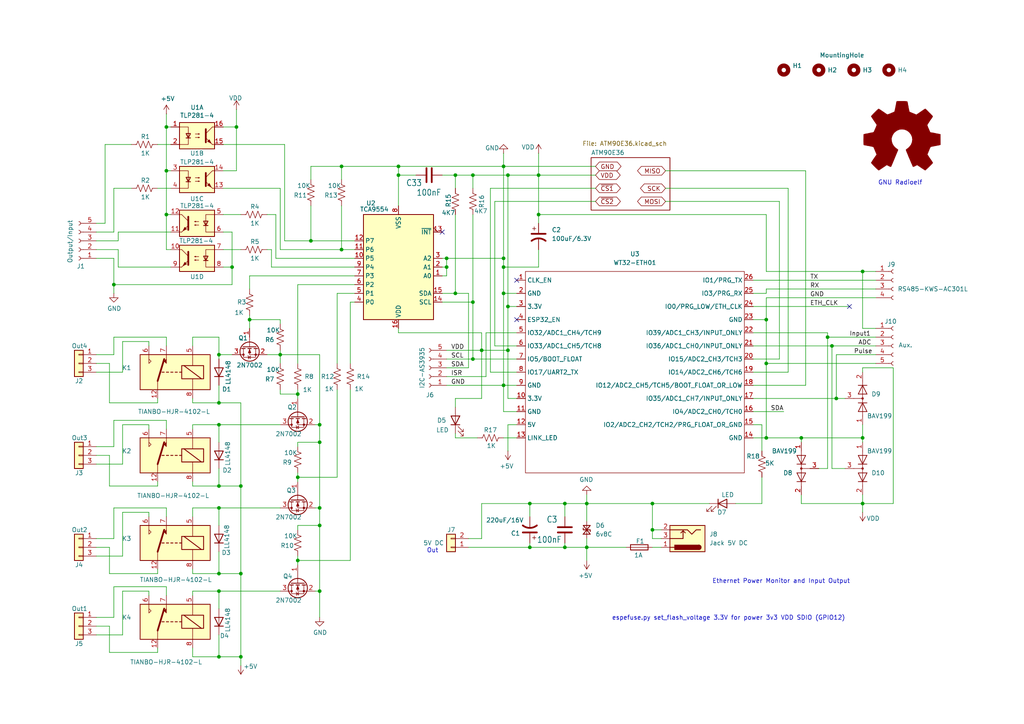
<source format=kicad_sch>
(kicad_sch (version 20231120) (generator "eeschema") (generator_version "8.0")
  (paper "A4")
  (title_block (date "2024-03-31"))
  (junction (at 48.26 62.23))
  (junction (at 33.02 82.55))
  (junction (at 99.06 48.26))
  (junction (at 147.32 50.8))
  (junction (at 137.16 87.63))
  (junction (at 250.19 146.05))
  (junction (at 92.71 147.32))
  (junction (at 48.26 36.83))
  (junction (at 69.85 166.37))
  (junction (at 170.18 158.75))
  (junction (at 146.05 48.26))
  (junction (at 68.58 36.83))
  (junction (at 92.71 171.45))
  (junction (at 129.54 74.93))
  (junction (at 146.05 111.76))
  (junction (at 86.36 138.43))
  (junction (at 222.25 105.41))
  (junction (at 242.57 115.57))
  (junction (at 170.18 146.05))
  (junction (at 250.19 78.74))
  (junction (at 153.67 146.05))
  (junction (at 189.23 153.67))
  (junction (at 115.57 50.8))
  (junction (at 81.28 102.87))
  (junction (at 99.06 72.39))
  (junction (at 63.5 102.87))
  (junction (at 240.03 97.79))
  (junction (at 139.7 101.6))
  (junction (at 147.32 101.6))
  (junction (at 86.36 162.56))
  (junction (at 137.16 104.14))
  (junction (at 241.3 100.33))
  (junction (at 129.54 77.47))
  (junction (at 92.71 123.19))
  (junction (at 63.5 190.5))
  (junction (at 67.31 77.47))
  (junction (at 69.85 190.5))
  (junction (at 156.21 50.8))
  (junction (at 63.5 147.32))
  (junction (at 146.05 77.47))
  (junction (at 153.67 158.75))
  (junction (at 63.5 166.37))
  (junction (at 250.19 127))
  (junction (at 222.25 92.71))
  (junction (at 137.16 50.8))
  (junction (at 163.83 146.05))
  (junction (at 92.71 152.4))
  (junction (at 90.17 69.85))
  (junction (at 63.5 140.97))
  (junction (at 163.83 158.75))
  (junction (at 146.05 85.09))
  (junction (at 232.41 127))
  (junction (at 146.05 74.93))
  (junction (at 132.08 85.09))
  (junction (at 86.36 114.3))
  (junction (at 63.5 116.84))
  (junction (at 132.08 50.8))
  (junction (at 156.21 62.23))
  (junction (at 63.5 123.19))
  (junction (at 69.85 140.97))
  (junction (at 147.32 88.9))
  (junction (at 48.26 49.53))
  (junction (at 189.23 146.05))
  (junction (at 72.39 92.71))
  (junction (at 222.25 127))
  (junction (at 63.5 171.45))
  (junction (at 92.71 128.27))
  (junction (at 115.57 48.26))
  (no_connect (at 149.86 81.28))
  (no_connect (at 149.86 92.71))
  (no_connect (at 246.38 88.9))
  (no_connect (at 128.27 67.31))
  (wire (pts (xy 222.25 85.09) (xy 218.44 85.09)))
  (wire (pts (xy 55.88 139.7) (xy 55.88 140.97)))
  (wire (pts (xy 156.21 44.45) (xy 156.21 50.8)))
  (wire (pts (xy 45.72 41.91) (xy 49.53 41.91)))
  (wire (pts (xy 222.25 86.36) (xy 222.25 92.71)))
  (wire (pts (xy 139.7 156.21) (xy 135.89 156.21)))
  (wire (pts (xy 55.88 97.79) (xy 55.88 100.33)))
  (wire (pts (xy 218.44 107.95) (xy 228.6 107.95)))
  (wire (pts (xy 132.08 62.23) (xy 132.08 85.09)))
  (wire (pts (xy 240.03 97.79) (xy 240.03 96.52)))
  (wire (pts (xy 254 86.36) (xy 222.25 86.36)))
  (wire (pts (xy 147.32 115.57) (xy 147.32 101.6)))
  (wire (pts (xy 97.79 85.09) (xy 97.79 105.41)))
  (wire (pts (xy 172.72 48.26) (xy 146.05 48.26)))
  (wire (pts (xy 78.74 77.47) (xy 102.87 77.47)))
  (wire (pts (xy 45.72 139.7) (xy 45.72 140.97)))
  (wire (pts (xy 63.5 116.84) (xy 63.5 111.76)))
  (wire (pts (xy 102.87 72.39) (xy 99.06 72.39)))
  (wire (pts (xy 33.02 67.31) (xy 33.02 54.61)))
  (wire (pts (xy 27.94 134.62) (xy 35.56 134.62)))
  (wire (pts (xy 250.19 127) (xy 250.19 128.27)))
  (wire (pts (xy 250.19 146.05) (xy 250.19 148.59)))
  (wire (pts (xy 170.18 158.75) (xy 170.18 156.21)))
  (wire (pts (xy 240.03 97.79) (xy 254 97.79)))
  (wire (pts (xy 72.39 91.44) (xy 72.39 92.71)))
  (wire (pts (xy 27.94 179.07) (xy 33.02 179.07)))
  (wire (pts (xy 48.26 33.02) (xy 48.26 36.83)))
  (wire (pts (xy 147.32 101.6) (xy 147.32 88.9)))
  (wire (pts (xy 63.5 116.84) (xy 69.85 116.84)))
  (wire (pts (xy 86.36 114.3) (xy 86.36 115.57)))
  (wire (pts (xy 242.57 102.87) (xy 242.57 115.57)))
  (wire (pts (xy 35.56 134.62) (xy 35.56 123.19)))
  (wire (pts (xy 63.5 140.97) (xy 69.85 140.97)))
  (wire (pts (xy 48.26 97.79) (xy 33.02 97.79)))
  (wire (pts (xy 115.57 50.8) (xy 115.57 59.69)))
  (wire (pts (xy 33.02 170.18) (xy 48.26 170.18)))
  (wire (pts (xy 102.87 69.85) (xy 90.17 69.85)))
  (wire (pts (xy 135.89 158.75) (xy 153.67 158.75)))
  (wire (pts (xy 218.44 123.19) (xy 220.98 123.19)))
  (wire (pts (xy 64.77 72.39) (xy 69.85 72.39)))
  (wire (pts (xy 140.97 109.22) (xy 140.97 96.52)))
  (wire (pts (xy 146.05 48.26) (xy 115.57 48.26)))
  (wire (pts (xy 101.6 113.03) (xy 101.6 162.56)))
  (wire (pts (xy 72.39 92.71) (xy 72.39 95.25)))
  (wire (pts (xy 132.08 127) (xy 132.08 125.73)))
  (wire (pts (xy 233.68 49.53) (xy 193.04 49.53)))
  (wire (pts (xy 92.71 102.87) (xy 92.71 123.19)))
  (wire (pts (xy 92.71 123.19) (xy 91.44 123.19)))
  (wire (pts (xy 137.16 62.23) (xy 137.16 87.63)))
  (wire (pts (xy 222.25 83.82) (xy 222.25 85.09)))
  (wire (pts (xy 99.06 59.69) (xy 99.06 72.39)))
  (wire (pts (xy 48.26 124.46) (xy 48.26 121.92)))
  (wire (pts (xy 55.88 116.84) (xy 63.5 116.84)))
  (wire (pts (xy 64.77 41.91) (xy 82.55 41.91)))
  (wire (pts (xy 43.18 148.59) (xy 35.56 148.59)))
  (wire (pts (xy 43.18 99.06) (xy 35.56 99.06)))
  (wire (pts (xy 63.5 102.87) (xy 63.5 97.79)))
  (wire (pts (xy 31.75 140.97) (xy 45.72 140.97)))
  (wire (pts (xy 218.44 88.9) (xy 246.38 88.9)))
  (wire (pts (xy 55.88 190.5) (xy 63.5 190.5)))
  (wire (pts (xy 146.05 74.93) (xy 146.05 77.47)))
  (wire (pts (xy 97.79 113.03) (xy 97.79 138.43)))
  (wire (pts (xy 218.44 81.28) (xy 254 81.28)))
  (wire (pts (xy 146.05 85.09) (xy 149.86 85.09)))
  (wire (pts (xy 55.88 187.96) (xy 55.88 190.5)))
  (wire (pts (xy 241.3 100.33) (xy 254 100.33)))
  (wire (pts (xy 77.47 72.39) (xy 78.74 72.39)))
  (wire (pts (xy 55.88 123.19) (xy 63.5 123.19)))
  (wire (pts (xy 146.05 48.26) (xy 146.05 74.93)))
  (wire (pts (xy 115.57 96.52) (xy 139.7 96.52)))
  (wire (pts (xy 170.18 146.05) (xy 170.18 151.13)))
  (wire (pts (xy 63.5 190.5) (xy 63.5 184.15)))
  (wire (pts (xy 218.44 119.38) (xy 227.33 119.38)))
  (wire (pts (xy 146.05 77.47) (xy 146.05 85.09)))
  (wire (pts (xy 72.39 80.01) (xy 102.87 80.01)))
  (wire (pts (xy 132.08 118.11) (xy 132.08 115.57)))
  (wire (pts (xy 48.26 100.33) (xy 48.26 97.79)))
  (wire (pts (xy 101.6 162.56) (xy 86.36 162.56)))
  (wire (pts (xy 218.44 111.76) (xy 233.68 111.76)))
  (wire (pts (xy 146.05 111.76) (xy 146.05 119.38)))
  (wire (pts (xy 48.26 36.83) (xy 48.26 49.53)))
  (wire (pts (xy 35.56 99.06) (xy 35.56 107.95)))
  (wire (pts (xy 129.54 74.93) (xy 146.05 74.93)))
  (wire (pts (xy 48.26 49.53) (xy 49.53 49.53)))
  (wire (pts (xy 45.72 54.61) (xy 49.53 54.61)))
  (wire (pts (xy 115.57 50.8) (xy 120.65 50.8)))
  (wire (pts (xy 48.26 170.18) (xy 48.26 172.72)))
  (wire (pts (xy 153.67 146.05) (xy 153.67 149.86)))
  (wire (pts (xy 222.25 92.71) (xy 218.44 92.71)))
  (wire (pts (xy 86.36 161.29) (xy 86.36 162.56)))
  (wire (pts (xy 27.94 69.85) (xy 34.29 69.85)))
  (wire (pts (xy 86.36 162.56) (xy 86.36 163.83)))
  (wire (pts (xy 220.98 123.19) (xy 220.98 130.81)))
  (wire (pts (xy 31.75 116.84) (xy 31.75 105.41)))
  (wire (pts (xy 128.27 80.01) (xy 129.54 80.01)))
  (wire (pts (xy 146.05 44.45) (xy 146.05 48.26)))
  (wire (pts (xy 63.5 104.14) (xy 63.5 102.87)))
  (wire (pts (xy 48.26 62.23) (xy 48.26 72.39)))
  (wire (pts (xy 68.58 49.53) (xy 68.58 36.83)))
  (wire (pts (xy 189.23 146.05) (xy 205.74 146.05)))
  (wire (pts (xy 80.01 74.93) (xy 102.87 74.93)))
  (wire (pts (xy 55.88 140.97) (xy 63.5 140.97)))
  (wire (pts (xy 80.01 62.23) (xy 77.47 62.23)))
  (wire (pts (xy 86.36 129.54) (xy 86.36 128.27)))
  (wire (pts (xy 242.57 102.87) (xy 254 102.87)))
  (wire (pts (xy 129.54 106.68) (xy 135.89 106.68)))
  (wire (pts (xy 27.94 158.75) (xy 31.75 158.75)))
  (wire (pts (xy 55.88 171.45) (xy 55.88 172.72)))
  (wire (pts (xy 128.27 74.93) (xy 129.54 74.93)))
  (wire (pts (xy 63.5 166.37) (xy 69.85 166.37)))
  (wire (pts (xy 48.26 121.92) (xy 33.02 121.92)))
  (wire (pts (xy 27.94 64.77) (xy 30.48 64.77)))
  (wire (pts (xy 33.02 129.54) (xy 27.94 129.54)))
  (wire (pts (xy 153.67 146.05) (xy 139.7 146.05)))
  (wire (pts (xy 92.71 147.32) (xy 92.71 152.4)))
  (wire (pts (xy 43.18 100.33) (xy 43.18 99.06)))
  (wire (pts (xy 250.19 143.51) (xy 250.19 146.05)))
  (wire (pts (xy 69.85 140.97) (xy 69.85 166.37)))
  (wire (pts (xy 137.16 50.8) (xy 137.16 54.61)))
  (wire (pts (xy 153.67 158.75) (xy 153.67 157.48)))
  (wire (pts (xy 222.25 105.41) (xy 254 105.41)))
  (wire (pts (xy 254 83.82) (xy 222.25 83.82)))
  (wire (pts (xy 129.54 111.76) (xy 146.05 111.76)))
  (wire (pts (xy 170.18 158.75) (xy 170.18 162.56)))
  (wire (pts (xy 218.44 115.57) (xy 242.57 115.57)))
  (wire (pts (xy 139.7 101.6) (xy 147.32 101.6)))
  (wire (pts (xy 146.05 111.76) (xy 149.86 111.76)))
  (wire (pts (xy 115.57 95.25) (xy 115.57 96.52)))
  (wire (pts (xy 34.29 77.47) (xy 34.29 72.39)))
  (wire (pts (xy 48.26 36.83) (xy 49.53 36.83)))
  (wire (pts (xy 82.55 41.91) (xy 82.55 69.85)))
  (wire (pts (xy 237.49 135.89) (xy 240.03 135.89)))
  (wire (pts (xy 143.51 100.33) (xy 143.51 58.42)))
  (wire (pts (xy 27.94 72.39) (xy 34.29 72.39)))
  (wire (pts (xy 226.06 58.42) (xy 193.04 58.42)))
  (wire (pts (xy 67.31 67.31) (xy 67.31 77.47)))
  (wire (pts (xy 250.19 107.95) (xy 250.19 106.68)))
  (wire (pts (xy 90.17 48.26) (xy 90.17 52.07)))
  (wire (pts (xy 149.86 107.95) (xy 142.24 107.95)))
  (wire (pts (xy 222.25 105.41) (xy 222.25 127)))
  (wire (pts (xy 31.75 181.61) (xy 27.94 181.61)))
  (wire (pts (xy 35.56 184.15) (xy 27.94 184.15)))
  (wire (pts (xy 81.28 54.61) (xy 81.28 72.39)))
  (wire (pts (xy 31.75 166.37) (xy 31.75 158.75)))
  (wire (pts (xy 163.83 157.48) (xy 163.83 158.75)))
  (wire (pts (xy 35.56 171.45) (xy 35.56 184.15)))
  (wire (pts (xy 250.19 146.05) (xy 232.41 146.05)))
  (wire (pts (xy 189.23 153.67) (xy 189.23 146.05)))
  (wire (pts (xy 86.36 113.03) (xy 86.36 114.3)))
  (wire (pts (xy 86.36 153.67) (xy 86.36 152.4)))
  (wire (pts (xy 143.51 58.42) (xy 172.72 58.42)))
  (wire (pts (xy 102.87 82.55) (xy 86.36 82.55)))
  (wire (pts (xy 189.23 146.05) (xy 170.18 146.05)))
  (wire (pts (xy 86.36 137.16) (xy 86.36 138.43)))
  (wire (pts (xy 149.86 115.57) (xy 147.32 115.57)))
  (wire (pts (xy 33.02 74.93) (xy 33.02 82.55)))
  (wire (pts (xy 48.26 147.32) (xy 33.02 147.32)))
  (wire (pts (xy 128.27 87.63) (xy 137.16 87.63)))
  (wire (pts (xy 191.77 156.21) (xy 189.23 156.21)))
  (wire (pts (xy 99.06 48.26) (xy 99.06 52.07)))
  (wire (pts (xy 49.53 77.47) (xy 34.29 77.47)))
  (wire (pts (xy 38.1 41.91) (xy 30.48 41.91)))
  (wire (pts (xy 254 95.25) (xy 250.19 95.25)))
  (wire (pts (xy 242.57 115.57) (xy 245.11 115.57)))
  (wire (pts (xy 156.21 50.8) (xy 156.21 62.23)))
  (wire (pts (xy 31.75 189.23) (xy 31.75 181.61)))
  (wire (pts (xy 222.25 78.74) (xy 250.19 78.74)))
  (wire (pts (xy 163.83 146.05) (xy 163.83 149.86)))
  (wire (pts (xy 35.56 161.29) (xy 27.94 161.29)))
  (wire (pts (xy 92.71 147.32) (xy 91.44 147.32)))
  (wire (pts (xy 91.44 171.45) (xy 92.71 171.45)))
  (wire (pts (xy 101.6 87.63) (xy 102.87 87.63)))
  (wire (pts (xy 45.72 115.57) (xy 45.72 116.84)))
  (wire (pts (xy 132.08 50.8) (xy 132.08 54.61)))
  (wire (pts (xy 45.72 166.37) (xy 31.75 166.37)))
  (wire (pts (xy 33.02 102.87) (xy 27.94 102.87)))
  (wire (pts (xy 170.18 158.75) (xy 181.61 158.75)))
  (wire (pts (xy 128.27 50.8) (xy 132.08 50.8)))
  (wire (pts (xy 69.85 190.5) (xy 63.5 190.5)))
  (wire (pts (xy 63.5 140.97) (xy 63.5 135.89)))
  (wire (pts (xy 69.85 166.37) (xy 69.85 190.5)))
  (wire (pts (xy 63.5 166.37) (xy 63.5 160.02)))
  (wire (pts (xy 228.6 107.95) (xy 228.6 54.61)))
  (wire (pts (xy 97.79 138.43) (xy 86.36 138.43)))
  (wire (pts (xy 226.06 104.14) (xy 226.06 58.42)))
  (wire (pts (xy 146.05 119.38) (xy 149.86 119.38)))
  (wire (pts (xy 45.72 165.1) (xy 45.72 166.37)))
  (wire (pts (xy 222.25 127) (xy 232.41 127)))
  (wire (pts (xy 92.71 128.27) (xy 92.71 147.32)))
  (wire (pts (xy 63.5 147.32) (xy 63.5 152.4)))
  (wire (pts (xy 68.58 31.75) (xy 68.58 36.83)))
  (wire (pts (xy 45.72 189.23) (xy 31.75 189.23)))
  (wire (pts (xy 86.36 128.27) (xy 92.71 128.27)))
  (wire (pts (xy 129.54 109.22) (xy 140.97 109.22)))
  (wire (pts (xy 64.77 62.23) (xy 69.85 62.23)))
  (wire (pts (xy 63.5 171.45) (xy 81.28 171.45)))
  (wire (pts (xy 129.54 104.14) (xy 137.16 104.14)))
  (wire (pts (xy 170.18 158.75) (xy 163.83 158.75)))
  (wire (pts (xy 81.28 92.71) (xy 72.39 92.71)))
  (wire (pts (xy 48.26 149.86) (xy 48.26 147.32)))
  (wire (pts (xy 30.48 41.91) (xy 30.48 64.77)))
  (wire (pts (xy 63.5 128.27) (xy 63.5 123.19)))
  (wire (pts (xy 49.53 67.31) (xy 34.29 67.31)))
  (wire (pts (xy 69.85 116.84) (xy 69.85 140.97)))
  (wire (pts (xy 232.41 127) (xy 232.41 128.27)))
  (wire (pts (xy 33.02 156.21) (xy 27.94 156.21)))
  (wire (pts (xy 86.36 152.4) (xy 92.71 152.4)))
  (wire (pts (xy 147.32 123.19) (xy 147.32 130.81)))
  (wire (pts (xy 149.86 100.33) (xy 143.51 100.33)))
  (wire (pts (xy 129.54 74.93) (xy 129.54 77.47)))
  (wire (pts (xy 64.77 49.53) (xy 68.58 49.53)))
  (wire (pts (xy 33.02 67.31) (xy 27.94 67.31)))
  (wire (pts (xy 193.04 54.61) (xy 228.6 54.61)))
  (wire (pts (xy 233.68 111.76) (xy 233.68 49.53)))
  (wire (pts (xy 250.19 123.19) (xy 250.19 127)))
  (wire (pts (xy 90.17 59.69) (xy 90.17 69.85)))
  (wire (pts (xy 33.02 82.55) (xy 33.02 85.09)))
  (wire (pts (xy 55.88 123.19) (xy 55.88 124.46)))
  (wire (pts (xy 139.7 115.57) (xy 139.7 101.6)))
  (wire (pts (xy 27.94 74.93) (xy 33.02 74.93)))
  (wire (pts (xy 69.85 190.5) (xy 69.85 193.04)))
  (wire (pts (xy 81.28 114.3) (xy 86.36 114.3)))
  (wire (pts (xy 189.23 158.75) (xy 191.77 158.75)))
  (wire (pts (xy 156.21 50.8) (xy 147.32 50.8)))
  (wire (pts (xy 43.18 172.72) (xy 43.18 171.45)))
  (wire (pts (xy 149.86 123.19) (xy 147.32 123.19)))
  (wire (pts (xy 63.5 102.87) (xy 67.31 102.87)))
  (wire (pts (xy 27.94 132.08) (xy 31.75 132.08)))
  (wire (pts (xy 259.08 146.05) (xy 250.19 146.05)))
  (wire (pts (xy 33.02 121.92) (xy 33.02 129.54)))
  (wire (pts (xy 64.77 77.47) (xy 67.31 77.47)))
  (wire (pts (xy 138.43 127) (xy 132.08 127)))
  (wire (pts (xy 35.56 148.59) (xy 35.56 161.29)))
  (wire (pts (xy 139.7 146.05) (xy 139.7 156.21)))
  (wire (pts (xy 63.5 123.19) (xy 81.28 123.19)))
  (wire (pts (xy 140.97 96.52) (xy 149.86 96.52)))
  (wire (pts (xy 55.88 171.45) (xy 63.5 171.45)))
  (wire (pts (xy 33.02 97.79) (xy 33.02 102.87)))
  (wire (pts (xy 86.36 138.43) (xy 86.36 139.7)))
  (wire (pts (xy 137.16 50.8) (xy 132.08 50.8)))
  (wire (pts (xy 129.54 101.6) (xy 139.7 101.6)))
  (wire (pts (xy 81.28 101.6) (xy 81.28 102.87)))
  (wire (pts (xy 142.24 54.61) (xy 172.72 54.61)))
  (wire (pts (xy 63.5 97.79) (xy 55.88 97.79)))
  (wire (pts (xy 102.87 85.09) (xy 97.79 85.09)))
  (wire (pts (xy 137.16 104.14) (xy 149.86 104.14)))
  (wire (pts (xy 64.77 67.31) (xy 67.31 67.31)))
  (wire (pts (xy 132.08 85.09) (xy 135.89 85.09)))
  (wire (pts (xy 232.41 146.05) (xy 232.41 143.51)))
  (wire (pts (xy 163.83 146.05) (xy 153.67 146.05)))
  (wire (pts (xy 81.28 72.39) (xy 99.06 72.39)))
  (wire (pts (xy 218.44 100.33) (xy 241.3 100.33)))
  (wire (pts (xy 31.75 105.41) (xy 27.94 105.41)))
  (wire (pts (xy 218.44 104.14) (xy 226.06 104.14)))
  (wire (pts (xy 156.21 77.47) (xy 146.05 77.47)))
  (wire (pts (xy 99.06 48.26) (xy 115.57 48.26)))
  (wire (pts (xy 220.98 138.43) (xy 220.98 146.05)))
  (wire (pts (xy 156.21 62.23) (xy 156.21 64.77)))
  (wire (pts (xy 147.32 50.8) (xy 147.32 88.9)))
  (wire (pts (xy 55.88 147.32) (xy 55.88 149.86)))
  (wire (pts (xy 86.36 82.55) (xy 86.36 105.41)))
  (wire (pts (xy 81.28 93.98) (xy 81.28 92.71)))
  (wire (pts (xy 67.31 77.47) (xy 67.31 82.55)))
  (wire (pts (xy 172.72 50.8) (xy 156.21 50.8)))
  (wire (pts (xy 92.71 171.45) (xy 92.71 179.07)))
  (wire (pts (xy 254 78.74) (xy 250.19 78.74)))
  (wire (pts (xy 232.41 127) (xy 250.19 127)))
  (wire (pts (xy 33.02 147.32) (xy 33.02 156.21)))
  (wire (pts (xy 222.25 62.23) (xy 156.21 62.23)))
  (wire (pts (xy 33.02 179.07) (xy 33.02 170.18)))
  (wire (pts (xy 191.77 153.67) (xy 189.23 153.67)))
  (wire (pts (xy 81.28 102.87) (xy 81.28 105.41)))
  (wire (pts (xy 55.88 165.1) (xy 55.88 166.37)))
  (wire (pts (xy 129.54 80.01) (xy 129.54 77.47)))
  (wire (pts (xy 132.08 115.57) (xy 139.7 115.57)))
  (wire (pts (xy 55.88 166.37) (xy 63.5 166.37)))
  (wire (pts (xy 146.05 127) (xy 149.86 127)))
  (wire (pts (xy 137.16 87.63) (xy 137.16 104.14)))
  (wire (pts (xy 101.6 105.41) (xy 101.6 87.63)))
  (wire (pts (xy 147.32 50.8) (xy 137.16 50.8)))
  (wire (pts (xy 81.28 113.03) (xy 81.28 114.3)))
  (wire (pts (xy 163.83 158.75) (xy 153.67 158.75)))
  (wire (pts (xy 128.27 85.09) (xy 132.08 85.09)))
  (wire (pts (xy 43.18 149.86) (xy 43.18 148.59)))
  (wire (pts (xy 245.11 135.89) (xy 241.3 135.89)))
  (wire (pts (xy 82.55 69.85) (xy 90.17 69.85)))
  (wire (pts (xy 48.26 49.53) (xy 48.26 62.23)))
  (wire (pts (xy 250.19 106.68) (xy 259.08 106.68)))
  (wire (pts (xy 80.01 74.93) (xy 80.01 62.23)))
  (wire (pts (xy 45.72 187.96) (xy 45.72 189.23)))
  (wire (pts (xy 170.18 146.05) (xy 163.83 146.05)))
  (wire (pts (xy 64.77 54.61) (xy 81.28 54.61)))
  (wire (pts (xy 63.5 147.32) (xy 55.88 147.32)))
  (wire (pts (xy 90.17 48.26) (xy 99.06 48.26)))
  (wire (pts (xy 146.05 85.09) (xy 146.05 111.76)))
  (wire (pts (xy 250.19 95.25) (xy 250.19 78.74)))
  (wire (pts (xy 43.18 171.45) (xy 35.56 171.45)))
  (wire (pts (xy 220.98 146.05) (xy 213.36 146.05)))
  (wire (pts (xy 92.71 152.4) (xy 92.71 171.45)))
  (wire (pts (xy 139.7 96.52) (xy 139.7 101.6)))
  (wire (pts (xy 35.56 123.19) (xy 43.18 123.19)))
  (wire (pts (xy 170.18 143.51) (xy 170.18 146.05)))
  (wire (pts (xy 129.54 77.47) (xy 128.27 77.47)))
  (wire (pts (xy 222.25 105.41) (xy 222.25 92.71)))
  (wire (pts (xy 33.02 54.61) (xy 38.1 54.61)))
  (wire (pts (xy 259.08 106.68) (xy 259.08 146.05)))
  (wire (pts (xy 147.32 88.9) (xy 149.86 88.9)))
  (wire (pts (xy 45.72 116.84) (xy 31.75 116.84)))
  (wire (pts (xy 115.57 48.26) (xy 115.57 50.8)))
  (wire (pts (xy 48.26 62.23) (xy 49.53 62.23)))
  (wire (pts (xy 222.25 78.74) (xy 222.25 62.23)))
  (wire (pts (xy 55.88 115.57) (xy 55.88 116.84)))
  (wire (pts (xy 35.56 107.95) (xy 27.94 107.95)))
  (wire (pts (xy 81.28 147.32) (xy 63.5 147.32)))
  (wire (pts (xy 189.23 156.21) (xy 189.23 153.67)))
  (wire (pts (xy 31.75 132.08) (xy 31.75 140.97)))
  (wire (pts (xy 48.26 72.39) (xy 49.53 72.39)))
  (wire (pts (xy 81.28 102.87) (xy 92.71 102.87)))
  (wire (pts (xy 92.71 123.19) (xy 92.71 128.27)))
  (wire (pts (xy 67.31 82.55) (xy 33.02 82.55)))
  (wire (pts (xy 240.03 96.52) (xy 218.44 96.52)))
  (wire (pts (xy 156.21 72.39) (xy 156.21 77.47)))
  (wire (pts (xy 135.89 106.68) (xy 135.89 85.09)))
  (wire (pts (xy 72.39 83.82) (xy 72.39 80.01)))
  (wire (pts (xy 34.29 67.31) (xy 34.29 69.85)))
  (wire (pts (xy 77.47 102.87) (xy 81.28 102.87)))
  (wire (pts (xy 241.3 100.33) (xy 241.3 135.89)))
  (wire (pts (xy 43.18 123.19) (xy 43.18 124.46)))
  (wire (pts (xy 78.74 72.39) (xy 78.74 77.47)))
  (wire (pts (xy 218.44 127) (xy 222.25 127)))
  (wire (pts (xy 240.03 97.79) (xy 240.03 135.89)))
  (wire (pts (xy 68.58 36.83) (xy 64.77 36.83)))
  (wire (pts (xy 142.24 107.95) (xy 142.24 54.61)))
  (wire (pts (xy 63.5 176.53) (xy 63.5 171.45)))
  (text "GNU Radioelf" (at 261.112 53.086 0) (effects (font (size 1.27 1.27))))
  (text "espefuse.py set_flash_voltage 3.3V for power 3v3 VDD SDIO (GPIO12)" (at 211.328 179.324 0) (effects (font (size 1.27 1.27))))
  (text "Out" (at 125.476 159.766 0) (effects (font (size 1.27 1.27))))
  (text "Ethernet Power Monitor and Input Output" (at 226.568 168.656 0) (effects (font (size 1.27 1.27))))
  (label "GND" (at 130.81 111.76 0))
  (label "Pulse" (at 247.65 102.87 0))
  (label "TX" (at 234.95 81.28 0))
  (label "VDD" (at 130.81 101.6 0))
  (label "ADC" (at 248.92 100.33 0))
  (label "SCL" (at 130.81 104.14 0))
  (label "ISR" (at 130.81 109.22 0))
  (label "RX" (at 234.95 83.82 0))
  (label "SDA" (at 130.81 106.68 0))
  (label "GND" (at 234.95 86.36 0))
  (label "SDA" (at 223.52 119.38 0))
  (label "ETH_CLK" (at 234.95 88.9 0))
  (label "Input1" (at 246.38 97.79 0))
  (global_label "SCK" (shape bidirectional) (at 193.04 54.61 180) (property "Intersheetrefs" "${INTERSHEET_REFS}" (effects (hide yes))))
  (global_label "VDD" (shape bidirectional) (at 172.72 50.8 0) (property "Intersheetrefs" "${INTERSHEET_REFS}" (effects (hide yes))))
  (global_label "~{CS2}" (shape bidirectional) (at 172.72 58.42 0) (property "Intersheetrefs" "${INTERSHEET_REFS}" (effects (hide yes))))
  (global_label "MISO" (shape bidirectional) (at 193.04 49.53 180) (property "Intersheetrefs" "${INTERSHEET_REFS}" (effects (hide yes))))
  (global_label "GND" (shape bidirectional) (at 172.72 48.26 0) (property "Intersheetrefs" "${INTERSHEET_REFS}" (effects (hide yes))))
  (global_label "~{CS1}" (shape bidirectional) (at 172.72 54.61 0) (property "Intersheetrefs" "${INTERSHEET_REFS}" (effects (hide yes))))
  (global_label "MOSI" (shape bidirectional) (at 193.04 58.42 180) (property "Intersheetrefs" "${INTERSHEET_REFS}" (effects (hide yes))))
  (symbol (lib_id "Connector_Generic:Conn_01x02") (at 130.81 158.75 180) (unit 1)
    (property "Reference" "J7" (at 132.08 153.67 0) (effects (justify left)))
    (property "Value" "5V DC" (at 128.778 157.48 0) (effects (justify left)))
    (property "Footprint" "Connector_JST:JST_NV_B02P-NV_1x02_P5.00mm_Vertical" (effects (hide yes)))
    (property "Description" "Generic connector, single row, 01x02, script generated (kicad-library-utils/schlib/autogen/connector/)" (effects (hide yes)))
  )
  (symbol (lib_id "Transistor_FET:2N7002") (at 86.36 120.65 90) (mirror x) (unit 1)
    (property "Reference" "Q2" (at 86.106 118.11 90) (effects (justify left)))
    (property "Value" "2N7002" (at 87.503 125.857 90) (effects (justify left)))
    (property "Footprint" "Package_TO_SOT_SMD:2N7002-SOT95P240X111-3N" (effects (hide yes)))
    (property "Datasheet" "https://www.onsemi.com/pub/Collateral/NDS7002A-D.PDF" (effects (hide yes)))
    (property "Description" "0.115A Id, 60V Vds, N-Channel MOSFET, SOT-23" (effects (hide yes)))
  )
  (symbol (lib_id "Connector:Conn_01x05_Female") (at 22.86 69.85 180) (unit 1)
    (property "Reference" "J1" (at 24.638 77.216 0) (effects (justify left)))
    (property "Value" "Output/Input" (at 20.32 63.754 90) (effects (justify left)))
    (property "Footprint" "Connector_PinHeader_2.54mm:PinHeader_1x05_P2.54mm_Vertical" (effects (hide yes)))
  )
  (symbol (lib_id "Device:R_US") (at 137.16 58.42 180) (unit 1)
    (property "Reference" "R16" (at 139.7 58.42 90))
    (property "Value" "4K7" (at 139.446 61.214 0))
    (property "Footprint" "ATM90E36_Breakout:R0603" (effects (hide yes)))
    (property "Description" "Resistor, US symbol" (effects (hide yes)))
  )
  (symbol (lib_id "Diode:LL4148") (at 63.5 156.21 90) (unit 1)
    (property "Reference" "D3" (at 64.262 160.274 90) (effects (justify right)))
    (property "Value" "LL4148" (at 65.786 152.146 0) (effects (justify right)))
    (property "Footprint" "Diode_SMD:D_MiniMELF" (effects (hide yes)))
    (property "Datasheet" "http://www.vishay.com/docs/85557/ll4148.pdf" (effects (hide yes)))
    (property "Description" "100V 0.15A standard switching diode, MiniMELF" (effects (hide yes)))
    (property "Sim.Device" "D" (effects (hide yes)))
    (property "Sim.Pins" "1=K 2=A" (effects (hide yes)))
  )
  (symbol (lib_id "Connector_Generic:Conn_01x03") (at 22.86 181.61 0) (mirror y) (unit 1)
    (property "Reference" "J5" (at 24.13 186.69 0) (effects (justify left)))
    (property "Value" "Out1" (at 25.4 176.53 0) (effects (justify left)))
    (property "Footprint" "TerminalBlock_Phoenix:TerminalBlock_Phoenix_PT-1,5-3-3.5-H_1x03_P3.50mm_Horizontal" (effects (hide yes)))
    (property "Description" "Generic connector, single row, 01x03, script generated (kicad-library-utils/schlib/autogen/connector/)" (effects (hide yes)))
  )
  (symbol (lib_id "Transistor_FET:2N7002") (at 72.39 100.33 90) (mirror x) (unit 1)
    (property "Reference" "Q1" (at 71.882 98.044 90) (effects (justify left)))
    (property "Value" "2N7002" (at 76.2 105.918 90) (effects (justify left)))
    (property "Footprint" "Package_TO_SOT_SMD:2N7002-SOT95P240X111-3N" (effects (hide yes)))
    (property "Datasheet" "https://www.onsemi.com/pub/Collateral/NDS7002A-D.PDF" (effects (hide yes)))
    (property "Description" "0.115A Id, 60V Vds, N-Channel MOSFET, SOT-23" (effects (hide yes)))
  )
  (symbol (lib_id "power:+5V") (at 147.32 130.81 180) (unit 1)
    (property "Reference" "#PWR07" (effects (hide yes)))
    (property "Value" "+5V" (at 146.939 135.2042 0))
    (property "Description" "Power symbol creates a global label with name \"+5V\"" (effects (hide yes)))
  )
  (symbol (lib_id "Mechanical:MountingHole") (at 247.65 20.32 0) (unit 1) (exclude_from_sim yes) (in_bom no)
    (property "Reference" "H3" (at 250.19 20.3199 0) (effects (justify left)))
    (property "Value" "MountingHole" (effects (hide yes)))
    (property "Footprint" "MountingHole:MountingHole_3.2mm_M3" (effects (hide yes)))
    (property "Description" "Mounting Hole without connection" (effects (hide yes)))
  )
  (symbol (lib_id "power:+5V") (at 170.18 162.56 180) (unit 1)
    (property "Reference" "#PWR010" (effects (hide yes)))
    (property "Value" "+5V" (at 169.799 166.9542 0))
    (property "Description" "Power symbol creates a global label with name \"+5V\"" (effects (hide yes)))
  )
  (symbol (lib_id "WT32-ETH01:WT32-ETH01") (at 184.15 107.95 0) (unit 1)
    (property "Reference" "U3" (at 184.15 73.66 0))
    (property "Value" "WT32-ETH01" (at 184.15 76.2 0))
    (property "Footprint" "WT32-ETH01:WT32-ETH01" (effects (hide yes)))
    (property "Description" "An ESP32 Dev board with onboard ethernet. Produced by wireless-tag." (effects (hide yes)))
  )
  (symbol (lib_id "Transistor_FET:2N7002") (at 86.36 168.91 90) (mirror x) (unit 1)
    (property "Reference" "Q4" (at 84.836 167.132 90) (effects (justify left)))
    (property "Value" "2N7002" (at 87.503 174.117 90) (effects (justify left)))
    (property "Footprint" "Package_TO_SOT_SMD:2N7002-SOT95P240X111-3N" (effects (hide yes)))
    (property "Datasheet" "https://www.onsemi.com/pub/Collateral/NDS7002A-D.PDF" (effects (hide yes)))
    (property "Description" "0.115A Id, 60V Vds, N-Channel MOSFET, SOT-23" (effects (hide yes)))
  )
  (symbol (lib_id "Isolator:TLP291-4") (at 57.15 52.07 0) (unit 2)
    (property "Reference" "U1" (at 57.15 44.45 0))
    (property "Value" "TLP281-4" (at 57.15 46.99 0))
    (property "Footprint" "Package_SO:SOIC127P700X210-16N" (effects (hide yes)))
    (property "Datasheet" "https://toshiba.semicon-storage.com/info/docget.jsp?did=12858&prodName=TLP291-4" (effects (hide yes)))
    (property "Description" "Quad DC Optocoupler, Vce 80V, CTR 50-100%, SOP16" (effects (hide yes)))
  )
  (symbol (lib_id "Mechanical:MountingHole") (at 237.49 20.32 0) (unit 1) (exclude_from_sim yes) (in_bom no)
    (property "Reference" "H2" (at 240.03 20.3199 0) (effects (justify left)))
    (property "Value" "MountingHole" (effects (hide yes)))
    (property "Footprint" "MountingHole:MountingHole_3.2mm_M3" (effects (hide yes)))
    (property "Description" "Mounting Hole without connection" (effects (hide yes)))
  )
  (symbol (lib_id "Device:R_US") (at 41.91 41.91 270) (unit 1)
    (property "Reference" "R1" (at 42.164 39.624 90))
    (property "Value" "1K" (at 42.164 44.45 90))
    (property "Footprint" "ATM90E36_Breakout:R0603" (effects (hide yes)))
    (property "Description" "Resistor, US symbol" (effects (hide yes)))
  )
  (symbol (lib_id "Device:R_US") (at 99.06 55.88 180) (unit 1)
    (property "Reference" "R13" (at 96.012 56.642 0))
    (property "Value" "10K" (at 97.028 53.848 0))
    (property "Footprint" "ATM90E36_Breakout:R0603" (effects (hide yes)))
    (property "Description" "Resistor, US symbol" (effects (hide yes)))
  )
  (symbol (lib_id "Device:R_US") (at 73.66 62.23 270) (unit 1)
    (property "Reference" "R4" (at 73.914 59.944 90))
    (property "Value" "1K" (at 73.914 64.77 90))
    (property "Footprint" "ATM90E36_Breakout:R0603" (effects (hide yes)))
    (property "Description" "Resistor, US symbol" (effects (hide yes)))
  )
  (symbol (lib_id "Connector:Conn_01x05_Socket") (at 259.08 100.33 0) (unit 1)
    (property "Reference" "J10" (at 258.318 93.218 0))
    (property "Value" "Aux." (at 262.636 100.076 0))
    (property "Footprint" "Connector_PinHeader_2.54mm:PinHeader_1x05_P2.54mm_Vertical" (effects (hide yes)))
    (property "Description" "Generic connector, single row, 01x05, script generated" (effects (hide yes)))
  )
  (symbol (lib_id "Diode:LL4148") (at 63.5 107.95 90) (unit 1)
    (property "Reference" "D1" (at 64.389 112.903 90) (effects (justify right)))
    (property "Value" "LL4148" (at 66.167 104.521 0) (effects (justify right)))
    (property "Footprint" "Diode_SMD:D_MiniMELF" (effects (hide yes)))
    (property "Datasheet" "http://www.vishay.com/docs/85557/ll4148.pdf" (effects (hide yes)))
    (property "Description" "100V 0.15A standard switching diode, MiniMELF" (effects (hide yes)))
    (property "Sim.Device" "D" (effects (hide yes)))
    (property "Sim.Pins" "1=K 2=A" (effects (hide yes)))
  )
  (symbol (lib_id "Device:R_US") (at 72.39 87.63 180) (unit 1)
    (property "Reference" "R3" (at 70.104 87.63 0))
    (property "Value" "1K" (at 69.342 90.678 0))
    (property "Footprint" "ATM90E36_Breakout:R0603" (effects (hide yes)))
    (property "Description" "Resistor, US symbol" (effects (hide yes)))
  )
  (symbol (lib_id "Relay:TIANBO-HJR-4102-L") (at 50.8 107.95 0) (mirror y) (unit 1)
    (property "Reference" "K1" (at 38.1 106.6799 0) (effects (justify left)))
    (property "Value" "TIANBO-HJR-4102-L" (at 60.96 119.38 0) (effects (justify left)))
    (property "Footprint" "Relay_THT:Relay_SPDT_HJR-4102" (effects (hide yes)))
    (property "Datasheet" "https://cdn-reichelt.de/documents/datenblatt/C300/DS_HJR4102E.pdf" (effects (hide yes)))
    (property "Description" "TIANBO HJR-4102-L, Single Pole Relay, 5mm Pitch, 3A" (effects (hide yes)))
  )
  (symbol (lib_id "Device:C_Polarized_US") (at 156.21 68.58 0) (unit 1)
    (property "Reference" "C2" (at 160.02 66.6749 0) (effects (justify left)))
    (property "Value" "100uF/6.3V" (at 160.02 69.2149 0) (effects (justify left)))
    (property "Footprint" "Capacitor_SMD:CP_Elec_4x5.4" (effects (hide yes)))
    (property "Description" "Polarized capacitor, US symbol" (effects (hide yes)))
  )
  (symbol (lib_id "Mechanical:MountingHole") (at 257.81 20.32 0) (unit 1) (exclude_from_sim yes) (in_bom no)
    (property "Reference" "H4" (at 260.35 20.3199 0) (effects (justify left)))
    (property "Value" "MountingHole" (effects (hide yes)))
    (property "Footprint" "MountingHole:MountingHole_3.2mm_M3" (effects (hide yes)))
    (property "Description" "Mounting Hole without connection" (effects (hide yes)))
  )
  (symbol (lib_id "power:VDD") (at 68.58 31.75 0) (unit 1)
    (property "Reference" "#PWR03" (effects (hide yes)))
    (property "Value" "VDD" (at 68.326 28.448 0))
    (property "Description" "Power symbol creates a global label with name \"VDD\"" (effects (hide yes)))
  )
  (symbol (lib_id "Connector_Generic:Conn_01x03") (at 22.86 132.08 0) (mirror y) (unit 1)
    (property "Reference" "J3" (at 24.13 137.16 0) (effects (justify left)))
    (property "Value" "Out3" (at 25.4 127 0) (effects (justify left)))
    (property "Footprint" "TerminalBlock_Phoenix:TerminalBlock_Phoenix_PT-1,5-3-3.5-H_1x03_P3.50mm_Horizontal" (effects (hide yes)))
    (property "Description" "Generic connector, single row, 01x03, script generated (kicad-library-utils/schlib/autogen/connector/)" (effects (hide yes)))
  )
  (symbol (lib_id "power:GND") (at 146.05 44.45 180) (unit 1)
    (property "Reference" "#PWR06" (effects (hide yes)))
    (property "Value" "GND" (at 142.748 42.926 0))
    (property "Description" "Power symbol creates a global label with name \"GND\" , ground" (effects (hide yes)))
  )
  (symbol (lib_id "Device:Fuse") (at 185.42 158.75 90) (unit 1)
    (property "Reference" "F1" (at 185.674 156.972 90))
    (property "Value" "1A" (at 185.166 161.036 90))
    (property "Footprint" "Fuse:Fuseholder_TR5_Littelfuse_No560_No460" (effects (hide yes)))
    (property "Description" "Fuse" (effects (hide yes)))
  )
  (symbol (lib_id "Diode:LL4148") (at 63.5 132.08 90) (unit 1)
    (property "Reference" "D2" (at 64.516 136.398 90) (effects (justify right)))
    (property "Value" "LL4148" (at 66.04 128.016 0) (effects (justify right)))
    (property "Footprint" "Diode_SMD:D_MiniMELF" (effects (hide yes)))
    (property "Datasheet" "http://www.vishay.com/docs/85557/ll4148.pdf" (effects (hide yes)))
    (property "Description" "100V 0.15A standard switching diode, MiniMELF" (effects (hide yes)))
    (property "Sim.Device" "D" (effects (hide yes)))
    (property "Sim.Pins" "1=K 2=A" (effects (hide yes)))
  )
  (symbol (lib_id "power:GND") (at 92.71 179.07 0) (unit 1)
    (property "Reference" "#PWR05" (effects (hide yes)))
    (property "Value" "GND" (at 92.837 183.4642 0))
    (property "Description" "Power symbol creates a global label with name \"GND\" , ground" (effects (hide yes)))
  )
  (symbol (lib_id "power:+5V") (at 48.26 33.02 0) (unit 1)
    (property "Reference" "#PWR02" (effects (hide yes)))
    (property "Value" "+5V" (at 48.641 28.6258 0))
    (property "Description" "Power symbol creates a global label with name \"+5V\"" (effects (hide yes)))
  )
  (symbol (lib_id "Device:R_US") (at 86.36 157.48 180) (unit 1)
    (property "Reference" "R10" (at 83.312 158.242 0))
    (property "Value" "10K" (at 84.328 155.448 0))
    (property "Footprint" "ATM90E36_Breakout:R0603" (effects (hide yes)))
    (property "Description" "Resistor, US symbol" (effects (hide yes)))
  )
  (symbol (lib_id "Isolator:TLP291-4") (at 57.15 74.93 0) (mirror y) (unit 4)
    (property "Reference" "U1" (at 57.15 80.264 0))
    (property "Value" "TLP281-4" (at 56.896 69.85 0))
    (property "Footprint" "Package_SO:SOIC127P700X210-16N" (effects (hide yes)))
    (property "Datasheet" "https://toshiba.semicon-storage.com/info/docget.jsp?did=12858&prodName=TLP291-4" (effects (hide yes)))
    (property "Description" "Quad DC Optocoupler, Vce 80V, CTR 50-100%, SOP16" (effects (hide yes)))
  )
  (symbol (lib_id "Device:R_US") (at 41.91 54.61 270) (unit 1)
    (property "Reference" "R2" (at 42.164 52.324 90))
    (property "Value" "1K" (at 42.164 57.15 90))
    (property "Footprint" "ATM90E36_Breakout:R0603" (effects (hide yes)))
    (property "Description" "Resistor, US symbol" (effects (hide yes)))
  )
  (symbol (lib_id "Graphic:Logo_Open_Hardware_Large") (at 261.62 40.64 0) (unit 1) (exclude_from_sim yes) (in_bom no) (on_board no)
    (property "Reference" "#SYM1" (effects (hide yes)))
    (property "Value" "Logo_Open_Hardware_Large" (effects (hide yes)))
    (property "Description" "Open Hardware logo, large" (effects (hide yes)))
  )
  (symbol (lib_id "Device:C") (at 124.46 50.8 90) (unit 1)
    (property "Reference" "C33" (at 122.428 52.07 90) (effects (font (size 1.778 1.5113)) (justify left bottom)))
    (property "Value" "100nF" (at 128.016 54.864 90) (effects (font (size 1.778 1.5113)) (justify left bottom)))
    (property "Footprint" "ATM90E36_Breakout:C0603" (effects (hide yes)))
    (property "Description" "Unpolarized capacitor" (effects (hide yes)))
  )
  (symbol (lib_id "Connector_Generic:Conn_01x03") (at 22.86 158.75 0) (mirror y) (unit 1)
    (property "Reference" "J4" (at 24.13 163.83 0) (effects (justify left)))
    (property "Value" "Out2" (at 25.4 153.67 0) (effects (justify left)))
    (property "Footprint" "TerminalBlock_Phoenix:TerminalBlock_Phoenix_PT-1,5-3-3.5-H_1x03_P3.50mm_Horizontal" (effects (hide yes)))
    (property "Description" "Generic connector, single row, 01x03, script generated (kicad-library-utils/schlib/autogen/connector/)" (effects (hide yes)))
  )
  (symbol (lib_id "Device:R_US") (at 101.6 109.22 180) (unit 1)
    (property "Reference" "R14" (at 105.41 109.22 0))
    (property "Value" "1K" (at 104.14 112.776 0))
    (property "Footprint" "ATM90E36_Breakout:R0603" (effects (hide yes)))
    (property "Description" "Resistor, US symbol" (effects (hide yes)))
  )
  (symbol (lib_id "Connector:Barrel_Jack_Switch") (at 199.39 156.21 180) (unit 1)
    (property "Reference" "J8" (at 205.74 154.9399 0) (effects (justify right)))
    (property "Value" "Jack 5V DC" (at 205.74 157.4799 0) (effects (justify right)))
    (property "Footprint" "Connector_BarrelJack:BarrelJack_GCT_DCJ200-10-A_Horizontal" (effects (hide yes)))
    (property "Description" "DC Barrel Jack with an internal switch" (effects (hide yes)))
  )
  (symbol (lib_id "Device:LED") (at 132.08 121.92 90) (unit 1)
    (property "Reference" "D5" (at 126.746 121.92 90) (effects (justify right)))
    (property "Value" "LED" (at 126.492 124.714 90) (effects (justify right)))
    (property "Footprint" "LED_SMD:LED_0603_1608Metric" (effects (hide yes)))
    (property "Description" "Light emitting diode" (effects (hide yes)))
  )
  (symbol (lib_id "Isolator:TLP291-4") (at 57.15 39.37 0) (unit 1)
    (property "Reference" "U1" (at 57.15 31.1658 0))
    (property "Value" "TLP281-4" (at 57.15 33.4772 0))
    (property "Footprint" "Package_SO:SOIC127P700X210-16N" (effects (hide yes)))
    (property "Datasheet" "https://toshiba.semicon-storage.com/info/docget.jsp?did=12858&prodName=TLP291-4" (effects (hide yes)))
    (property "Description" "Quad DC Optocoupler, Vce 80V, CTR 50-100%, SOP16" (effects (hide yes)))
  )
  (symbol (lib_id "Device:R_US") (at 97.79 109.22 180) (unit 1)
    (property "Reference" "R12" (at 94.996 109.22 0))
    (property "Value" "1K" (at 95.504 112.776 0))
    (property "Footprint" "ATM90E36_Breakout:R0603" (effects (hide yes)))
    (property "Description" "Resistor, US symbol" (effects (hide yes)))
  )
  (symbol (lib_id "Device:R_US") (at 86.36 133.35 180) (unit 1)
    (property "Reference" "R9" (at 83.312 134.112 0))
    (property "Value" "10K" (at 84.328 131.318 0))
    (property "Footprint" "ATM90E36_Breakout:R0603" (effects (hide yes)))
    (property "Description" "Resistor, US symbol" (effects (hide yes)))
  )
  (symbol (lib_id "Device:R_US") (at 81.28 97.79 180) (unit 1)
    (property "Reference" "R6" (at 78.232 98.552 0))
    (property "Value" "10K" (at 79.248 95.758 0))
    (property "Footprint" "ATM90E36_Breakout:R0603" (effects (hide yes)))
    (property "Description" "Resistor, US symbol" (effects (hide yes)))
  )
  (symbol (lib_id "power:VDD") (at 156.21 44.45 0) (unit 1)
    (property "Reference" "#PWR08" (effects (hide yes)))
    (property "Value" "VDD" (at 153.162 42.672 0))
    (property "Description" "Power symbol creates a global label with name \"VDD\"" (effects (hide yes)))
  )
  (symbol (lib_id "Diode:BAV99") (at 232.41 135.89 90) (mirror x) (unit 1)
    (property "Reference" "D8" (at 229.87 137.1601 90) (effects (justify left)))
    (property "Value" "BAV199" (at 231.14 130.81 90) (effects (justify left)))
    (property "Footprint" "Package_TO_SOT_SMD:SOT-23" (effects (hide yes)))
    (property "Datasheet" "https://assets.nexperia.com/documents/data-sheet/BAV99_SER.pdf" (effects (hide yes)))
    (property "Description" "BAV99 High-speed switching diodes, SOT-23" (effects (hide yes)))
  )
  (symbol (lib_id "Device:LED") (at 209.55 146.05 0) (unit 1)
    (property "Reference" "D7" (at 208.026 148.59 0) (effects (justify left)))
    (property "Value" "LED" (at 209.2324 143.51 0) (effects (justify left)))
    (property "Footprint" "LED_SMD:LED_0603_1608Metric" (effects (hide yes)))
    (property "Description" "Light emitting diode" (effects (hide yes)))
  )
  (symbol (lib_id "Relay:TIANBO-HJR-4102-L") (at 50.8 180.34 0) (mirror y) (unit 1)
    (property "Reference" "K4" (at 38.1 179.0699 0) (effects (justify left)))
    (property "Value" "TIANBO-HJR-4102-L" (at 58.674 192.024 0) (effects (justify left)))
    (property "Footprint" "Relay_THT:Relay_SPDT_HJR-4102" (effects (hide yes)))
    (property "Datasheet" "https://cdn-reichelt.de/documents/datenblatt/C300/DS_HJR4102E.pdf" (effects (hide yes)))
    (property "Description" "TIANBO HJR-4102-L, Single Pole Relay, 5mm Pitch, 3A" (effects (hide yes)))
  )
  (symbol (lib_id "power:+5V") (at 69.85 193.04 180) (unit 1)
    (property "Reference" "#PWR04" (effects (hide yes)))
    (property "Value" "+5V" (at 72.644 193.294 0))
    (property "Description" "Power symbol creates a global label with name \"+5V\"" (effects (hide yes)))
  )
  (symbol (lib_id "Device:R_US") (at 132.08 58.42 180) (unit 1)
    (property "Reference" "R15" (at 130.048 58.166 90))
    (property "Value" "4K7" (at 130.048 61.722 0))
    (property "Footprint" "ATM90E36_Breakout:R0603" (effects (hide yes)))
    (property "Description" "Resistor, US symbol" (effects (hide yes)))
  )
  (symbol (lib_id "Diode:LL4148") (at 63.5 180.34 90) (unit 1)
    (property "Reference" "D4" (at 63.754 184.404 90) (effects (justify right)))
    (property "Value" "LL4148" (at 66.04 176.276 0) (effects (justify right)))
    (property "Footprint" "Diode_SMD:D_MiniMELF" (effects (hide yes)))
    (property "Datasheet" "http://www.vishay.com/docs/85557/ll4148.pdf" (effects (hide yes)))
    (property "Description" "100V 0.15A standard switching diode, MiniMELF" (effects (hide yes)))
    (property "Sim.Device" "D" (effects (hide yes)))
    (property "Sim.Pins" "1=K 2=A" (effects (hide yes)))
  )
  (symbol (lib_id "Diode:BAV99") (at 250.19 135.89 270) (unit 1)
    (property "Reference" "D10" (at 252.73 137.1601 90) (effects (justify left)))
    (property "Value" "BAV199" (at 251.46 130.81 90) (effects (justify left)))
    (property "Footprint" "Package_TO_SOT_SMD:SOT-23" (effects (hide yes)))
    (property "Datasheet" "https://assets.nexperia.com/documents/data-sheet/BAV99_SER.pdf" (effects (hide yes)))
    (property "Description" "BAV99 High-speed switching diodes, SOT-23" (effects (hide yes)))
  )
  (symbol (lib_id "Device:R_US") (at 90.17 55.88 180) (unit 1)
    (property "Reference" "R11" (at 87.122 56.642 0))
    (property "Value" "10K" (at 88.138 53.848 0))
    (property "Footprint" "ATM90E36_Breakout:R0603" (effects (hide yes)))
    (property "Description" "Resistor, US symbol" (effects (hide yes)))
  )
  (symbol (lib_id "power:VDD") (at 250.19 148.59 180) (unit 1)
    (property "Reference" "#PWR011" (effects (hide yes)))
    (property "Value" "VDD" (at 253.238 150.368 0))
    (property "Description" "Power symbol creates a global label with name \"VDD\"" (effects (hide yes)))
  )
  (symbol (lib_id "Device:R_US") (at 81.28 109.22 180) (unit 1)
    (property "Reference" "R7" (at 78.232 109.982 0))
    (property "Value" "10K" (at 79.248 107.188 0))
    (property "Footprint" "ATM90E36_Breakout:R0603" (effects (hide yes)))
    (property "Description" "Resistor, US symbol" (effects (hide yes)))
  )
  (symbol (lib_id "Diode:BAV99") (at 250.19 115.57 270) (mirror x) (unit 1)
    (property "Reference" "D9" (at 252.73 114.2999 90) (effects (justify left)))
    (property "Value" "BAV199" (at 251.46 120.65 90) (effects (justify left)))
    (property "Footprint" "Package_TO_SOT_SMD:SOT-23" (effects (hide yes)))
    (property "Datasheet" "https://assets.nexperia.com/documents/data-sheet/BAV99_SER.pdf" (effects (hide yes)))
    (property "Description" "BAV99 High-speed switching diodes, SOT-23" (effects (hide yes)))
  )
  (symbol (lib_id "Device:C_Polarized_US") (at 153.67 153.67 180) (unit 1)
    (property "Reference" "C1" (at 150.876 154.686 0) (effects (justify left)))
    (property "Value" "220uF/16V" (at 151.892 150.876 0) (effects (justify left)))
    (property "Footprint" "Capacitor_SMD:CP_Elec_8x5.4" (effects (hide yes)))
    (property "Description" "Polarized capacitor, US symbol" (effects (hide yes)))
  )
  (symbol (lib_id "Mechanical:MountingHole") (at 227.33 20.32 0) (unit 1) (exclude_from_sim yes) (in_bom no)
    (property "Reference" "H1" (at 229.87 19.0499 0) (effects (justify left)))
    (property "Value" "MountingHole" (at 237.744 16.002 0) (effects (justify left)))
    (property "Footprint" "MountingHole:MountingHole_3.2mm_M3" (effects (hide yes)))
    (property "Description" "Mounting Hole without connection" (effects (hide yes)))
  )
  (symbol (lib_id "Relay:TIANBO-HJR-4102-L") (at 50.8 132.08 0) (mirror y) (unit 1)
    (property "Reference" "K2" (at 38.1 130.8099 0) (effects (justify left)))
    (property "Value" "TIANBO-HJR-4102-L" (at 60.706 143.764 0) (effects (justify left)))
    (property "Footprint" "Relay_THT:Relay_SPDT_HJR-4102" (effects (hide yes)))
    (property "Datasheet" "https://cdn-reichelt.de/documents/datenblatt/C300/DS_HJR4102E.pdf" (effects (hide yes)))
    (property "Description" "TIANBO HJR-4102-L, Single Pole Relay, 5mm Pitch, 3A" (effects (hide yes)))
  )
  (symbol (lib_id "Connector:Conn_01x05_Socket") (at 124.46 106.68 180) (unit 1)
    (property "Reference" "J6" (at 124.714 114.554 0))
    (property "Value" "I2C-AS3935" (at 122.428 106.68 90))
    (property "Footprint" "Connector_PinHeader_2.54mm:PinHeader_1x05_P2.54mm_Vertical" (effects (hide yes)))
    (property "Description" "Generic connector, single row, 01x05, script generated" (effects (hide yes)))
  )
  (symbol (lib_id "Device:R_US") (at 86.36 109.22 180) (unit 1)
    (property "Reference" "R8" (at 89.662 109.22 0))
    (property "Value" "1K" (at 89.154 113.03 0))
    (property "Footprint" "ATM90E36_Breakout:R0603" (effects (hide yes)))
    (property "Description" "Resistor, US symbol" (effects (hide yes)))
  )
  (symbol (lib_id "Connector_Generic:Conn_01x03") (at 22.86 105.41 0) (mirror y) (unit 1)
    (property "Reference" "J2" (at 24.13 110.49 0) (effects (justify left)))
    (property "Value" "Out4" (at 25.4 100.33 0) (effects (justify left)))
    (property "Footprint" "TerminalBlock_Phoenix:TerminalBlock_Phoenix_PT-1,5-3-3.5-H_1x03_P3.50mm_Horizontal" (effects (hide yes)))
    (property "Description" "Generic connector, single row, 01x03, script generated (kicad-library-utils/schlib/autogen/connector/)" (effects (hide yes)))
  )
  (symbol (lib_id "Connector:Conn_01x04_Socket") (at 259.08 81.28 0) (unit 1)
    (property "Reference" "J9" (at 257.302 76.708 0) (effects (justify left)))
    (property "Value" "RS485-KWS-AC301L" (at 260.35 83.8199 0) (effects (justify left)))
    (property "Footprint" "Connector_PinHeader_2.54mm:PinHeader_1x04_P2.54mm_Vertical" (effects (hide yes)))
    (property "Description" "Generic connector, single row, 01x04, script generated" (effects (hide yes)))
  )
  (symbol (lib_id "power:GND") (at 170.18 143.51 180) (unit 1)
    (property "Reference" "#PWR09" (effects (hide yes)))
    (property "Value" "GND" (at 170.053 139.1158 0))
    (property "Description" "Power symbol creates a global label with name \"GND\" , ground" (effects (hide yes)))
  )
  (symbol (lib_id "Device:R_US") (at 142.24 127 90) (unit 1)
    (property "Reference" "R17" (at 142.24 124.714 90))
    (property "Value" "1K" (at 142.494 129.286 90))
    (property "Footprint" "ATM90E36_Breakout:R0603" (effects (hide yes)))
    (property "Description" "Resistor, US symbol" (effects (hide yes)))
  )
  (symbol (lib_id "Device:R_US") (at 220.98 134.62 180) (unit 1)
    (property "Reference" "R18" (at 218.44 132.334 0))
    (property "Value" "5K" (at 223.266 134.366 0))
    (property "Footprint" "ATM90E36_Breakout:R0603" (effects (hide yes)))
    (property "Description" "Resistor, US symbol" (effects (hide yes)))
  )
  (symbol (lib_id "Transistor_FET:2N7002") (at 86.36 144.78 90) (mirror x) (unit 1)
    (property "Reference" "Q3" (at 85.852 142.24 90) (effects (justify left)))
    (property "Value" "2N7002" (at 87.503 149.987 90) (effects (justify left)))
    (property "Footprint" "Package_TO_SOT_SMD:2N7002-SOT95P240X111-3N" (effects (hide yes)))
    (property "Datasheet" "https://www.onsemi.com/pub/Collateral/NDS7002A-D.PDF" (effects (hide yes)))
    (property "Description" "0.115A Id, 60V Vds, N-Channel MOSFET, SOT-23" (effects (hide yes)))
  )
  (symbol (lib_id "Device:D_TVS_Small") (at 170.18 153.67 90) (unit 1)
    (property "Reference" "D6" (at 172.72 152.3999 90) (effects (justify right)))
    (property "Value" "6v8C" (at 172.72 154.9399 90) (effects (justify right)))
    (property "Footprint" "Diode_SMD:D_SMB" (effects (hide yes)))
    (property "Description" "Bidirectional transient-voltage-suppression diode, small symbol" (effects (hide yes)))
  )
  (symbol (lib_id "Relay:TIANBO-HJR-4102-L") (at 50.8 157.48 0) (mirror y) (unit 1)
    (property "Reference" "K3" (at 38.1 156.2099 0) (effects (justify left)))
    (property "Value" "TIANBO-HJR-4102-L" (at 61.468 168.148 0) (effects (justify left)))
    (property "Footprint" "Relay_THT:Relay_SPDT_HJR-4102" (effects (hide yes)))
    (property "Datasheet" "https://cdn-reichelt.de/documents/datenblatt/C300/DS_HJR4102E.pdf" (effects (hide yes)))
    (property "Description" "TIANBO HJR-4102-L, Single Pole Relay, 5mm Pitch, 3A" (effects (hide yes)))
  )
  (symbol (lib_id "power:GND") (at 33.02 85.09 0) (unit 1)
    (property "Reference" "#PWR01" (effects (hide yes)))
    (property "Value" "GND" (at 33.147 89.4842 0))
    (property "Description" "Power symbol creates a global label with name \"GND\" , ground" (effects (hide yes)))
  )
  (symbol (lib_id "Device:C") (at 163.83 153.67 0) (unit 1)
    (property "Reference" "C3" (at 158.496 151.638 0) (effects (font (size 1.778 1.5113)) (justify left bottom)))
    (property "Value" "100nF" (at 155.702 157.48 0) (effects (font (size 1.778 1.5113)) (justify left bottom)))
    (property "Footprint" "ATM90E36_Breakout:C0603" (effects (hide yes)))
    (property "Description" "Unpolarized capacitor" (effects (hide yes)))
  )
  (symbol (lib_id "Interface_Expansion:PCF8574") (at 115.57 77.47 180) (unit 1)
    (property "Reference" "U2" (at 108.966 58.928 0) (effects (justify left)))
    (property "Value" "TCA9554" (at 112.776 60.706 0) (effects (justify left)))
    (property "Footprint" "Package_SO:SOIC-16W_7.5x10.3mm_P1.27mm" (effects (hide yes)))
    (property "Datasheet" "http://www.nxp.com/docs/en/data-sheet/PCF8574_PCF8574A.pdf" (effects (hide yes)))
    (property "Description" "8 Bit Port/Expander to I2C Bus, DIP/SOIC-16" (effects (hide yes)))
  )
  (symbol (lib_id "Device:R_US") (at 73.66 72.39 270) (unit 1)
    (property "Reference" "R5" (at 73.914 70.104 90))
    (property "Value" "1K" (at 73.914 74.93 90))
    (property "Footprint" "ATM90E36_Breakout:R0603" (effects (hide yes)))
    (property "Description" "Resistor, US symbol" (effects (hide yes)))
  )
  (symbol (lib_id "Isolator:TLP291-4") (at 57.15 64.77 0) (mirror y) (unit 3)
    (property "Reference" "U1" (at 57.15 57.658 0))
    (property "Value" "TLP281-4" (at 57.15 59.69 0))
    (property "Footprint" "Package_SO:SOIC127P700X210-16N" (effects (hide yes)))
    (property "Datasheet" "https://toshiba.semicon-storage.com/info/docget.jsp?did=12858&prodName=TLP291-4" (effects (hide yes)))
    (property "Description" "Quad DC Optocoupler, Vce 80V, CTR 50-100%, SOP16" (effects (hide yes)))
  )
  (sheet (at 171.45 45.72) (size 22.86 15.24) (stroke (width 0.1524))
    (property "Sheetname" "ATM90E36" (at 171.45 45.0084 0) (effects (justify left bottom)))
    (property "Sheetfile" "ATM90E36.kicad_sch" (at 168.91 40.894 0) (effects (justify left top)))
  )
)
</source>
